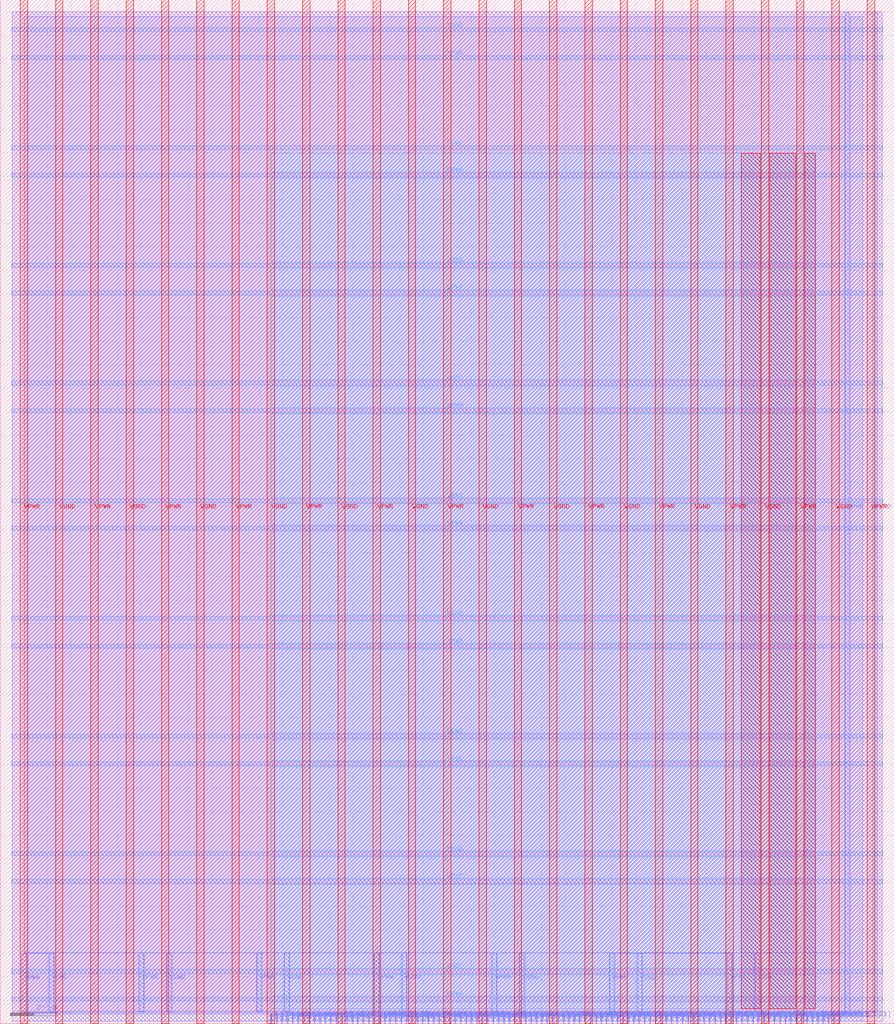
<source format=lef>
VERSION 5.7 ;
  NOWIREEXTENSIONATPIN ON ;
  DIVIDERCHAR "/" ;
  BUSBITCHARS "[]" ;
MACRO SRAM_1024x32_wb_wrapper
  CLASS BLOCK ;
  FOREIGN SRAM_1024x32_wb_wrapper ;
  ORIGIN 0.000 0.000 ;
  SIZE 380.000 BY 435.000 ;
  PIN VGND
    DIRECTION INOUT ;
    USE GROUND ;
    PORT
      LAYER met2 ;
        RECT 20.940 5.200 22.700 29.860 ;
    END
    PORT
      LAYER met2 ;
        RECT 70.940 5.200 72.700 29.860 ;
    END
    PORT
      LAYER met2 ;
        RECT 120.940 5.200 122.700 29.860 ;
    END
    PORT
      LAYER met2 ;
        RECT 170.940 5.200 172.700 29.860 ;
    END
    PORT
      LAYER met2 ;
        RECT 220.940 5.200 222.700 29.860 ;
    END
    PORT
      LAYER met2 ;
        RECT 270.940 5.200 272.700 29.720 ;
    END
    PORT
      LAYER met2 ;
        RECT 320.940 5.200 322.700 29.860 ;
    END
    PORT
      LAYER met2 ;
        RECT 370.940 5.200 372.700 430.000 ;
    END
    PORT
      LAYER met3 ;
        RECT 4.820 21.320 375.140 23.080 ;
    END
    PORT
      LAYER met3 ;
        RECT 4.820 71.320 375.140 73.080 ;
    END
    PORT
      LAYER met3 ;
        RECT 4.820 121.320 375.140 123.080 ;
    END
    PORT
      LAYER met3 ;
        RECT 4.820 171.320 375.140 173.080 ;
    END
    PORT
      LAYER met3 ;
        RECT 4.820 221.320 375.140 223.080 ;
    END
    PORT
      LAYER met3 ;
        RECT 4.820 271.320 375.140 273.080 ;
    END
    PORT
      LAYER met3 ;
        RECT 4.820 321.320 375.140 323.080 ;
    END
    PORT
      LAYER met3 ;
        RECT 4.820 371.320 375.140 373.080 ;
    END
    PORT
      LAYER met3 ;
        RECT 4.820 421.320 375.140 423.080 ;
    END
    PORT
      LAYER met4 ;
        RECT 23.510 0.000 26.610 435.000 ;
    END
    PORT
      LAYER met4 ;
        RECT 53.510 0.000 56.610 435.000 ;
    END
    PORT
      LAYER met4 ;
        RECT 83.510 0.000 86.610 435.000 ;
    END
    PORT
      LAYER met4 ;
        RECT 113.510 0.000 116.610 435.000 ;
    END
    PORT
      LAYER met4 ;
        RECT 143.510 0.000 146.610 435.000 ;
    END
    PORT
      LAYER met4 ;
        RECT 173.510 0.000 176.610 435.000 ;
    END
    PORT
      LAYER met4 ;
        RECT 203.510 0.000 206.610 435.000 ;
    END
    PORT
      LAYER met4 ;
        RECT 233.510 0.000 236.610 435.000 ;
    END
    PORT
      LAYER met4 ;
        RECT 263.510 0.000 266.610 435.000 ;
    END
    PORT
      LAYER met4 ;
        RECT 293.510 0.000 296.610 435.000 ;
    END
    PORT
      LAYER met4 ;
        RECT 323.510 0.000 326.610 435.000 ;
    END
    PORT
      LAYER met4 ;
        RECT 353.510 0.000 356.610 435.000 ;
    END
  END VGND
  PIN VPWR
    DIRECTION INOUT ;
    USE POWER ;
    PORT
      LAYER met2 ;
        RECT 9.180 5.200 10.940 29.720 ;
    END
    PORT
      LAYER met2 ;
        RECT 59.180 5.200 60.940 29.860 ;
    END
    PORT
      LAYER met2 ;
        RECT 109.180 5.200 110.940 29.860 ;
    END
    PORT
      LAYER met2 ;
        RECT 159.180 5.200 160.940 29.860 ;
    END
    PORT
      LAYER met2 ;
        RECT 209.180 5.200 210.940 29.860 ;
    END
    PORT
      LAYER met2 ;
        RECT 259.180 5.200 260.940 29.860 ;
    END
    PORT
      LAYER met2 ;
        RECT 309.180 5.200 310.940 29.860 ;
    END
    PORT
      LAYER met2 ;
        RECT 359.180 5.200 360.940 430.000 ;
    END
    PORT
      LAYER met3 ;
        RECT 4.820 9.560 375.140 11.320 ;
    END
    PORT
      LAYER met3 ;
        RECT 4.820 59.560 375.140 61.320 ;
    END
    PORT
      LAYER met3 ;
        RECT 4.820 109.560 375.140 111.320 ;
    END
    PORT
      LAYER met3 ;
        RECT 4.820 159.560 375.140 161.320 ;
    END
    PORT
      LAYER met3 ;
        RECT 4.820 209.560 375.140 211.320 ;
    END
    PORT
      LAYER met3 ;
        RECT 4.820 259.560 375.140 261.320 ;
    END
    PORT
      LAYER met3 ;
        RECT 4.820 309.560 375.140 311.320 ;
    END
    PORT
      LAYER met3 ;
        RECT 4.820 359.560 375.140 361.320 ;
    END
    PORT
      LAYER met3 ;
        RECT 4.820 409.560 375.140 411.320 ;
    END
    PORT
      LAYER met4 ;
        RECT 8.510 0.000 11.610 435.000 ;
    END
    PORT
      LAYER met4 ;
        RECT 38.510 0.000 41.610 435.000 ;
    END
    PORT
      LAYER met4 ;
        RECT 68.510 0.000 71.610 435.000 ;
    END
    PORT
      LAYER met4 ;
        RECT 98.510 0.000 101.610 435.000 ;
    END
    PORT
      LAYER met4 ;
        RECT 128.510 0.000 131.610 435.000 ;
    END
    PORT
      LAYER met4 ;
        RECT 158.510 0.000 161.610 435.000 ;
    END
    PORT
      LAYER met4 ;
        RECT 188.510 0.000 191.610 435.000 ;
    END
    PORT
      LAYER met4 ;
        RECT 218.510 0.000 221.610 435.000 ;
    END
    PORT
      LAYER met4 ;
        RECT 248.510 0.000 251.610 435.000 ;
    END
    PORT
      LAYER met4 ;
        RECT 278.510 0.000 281.610 435.000 ;
    END
    PORT
      LAYER met4 ;
        RECT 308.510 0.000 311.610 435.000 ;
    END
    PORT
      LAYER met4 ;
        RECT 338.510 0.000 341.610 435.000 ;
    END
    PORT
      LAYER met4 ;
        RECT 368.510 0.000 371.610 435.000 ;
    END
  END VPWR
  PIN wb_clk_i
    DIRECTION INPUT ;
    USE SIGNAL ;
    ANTENNAGATEAREA 0.852000 ;
    PORT
      LAYER met2 ;
        RECT 115.090 0.000 115.370 4.000 ;
    END
  END wb_clk_i
  PIN wb_rst_i
    DIRECTION INPUT ;
    USE SIGNAL ;
    ANTENNAGATEAREA 0.196500 ;
    PORT
      LAYER met2 ;
        RECT 117.390 0.000 117.670 4.000 ;
    END
  END wb_rst_i
  PIN wbs_ack_o
    DIRECTION OUTPUT TRISTATE ;
    USE SIGNAL ;
    ANTENNADIFFAREA 2.673000 ;
    PORT
      LAYER met2 ;
        RECT 119.690 0.000 119.970 4.000 ;
    END
  END wbs_ack_o
  PIN wbs_adr_i[0]
    DIRECTION INPUT ;
    USE SIGNAL ;
    ANTENNAGATEAREA 0.126000 ;
    PORT
      LAYER met2 ;
        RECT 128.890 0.000 129.170 4.000 ;
    END
  END wbs_adr_i[0]
  PIN wbs_adr_i[10]
    DIRECTION INPUT ;
    USE SIGNAL ;
    PORT
      LAYER met2 ;
        RECT 207.090 0.000 207.370 4.000 ;
    END
  END wbs_adr_i[10]
  PIN wbs_adr_i[11]
    DIRECTION INPUT ;
    USE SIGNAL ;
    PORT
      LAYER met2 ;
        RECT 213.990 0.000 214.270 4.000 ;
    END
  END wbs_adr_i[11]
  PIN wbs_adr_i[12]
    DIRECTION INPUT ;
    USE SIGNAL ;
    PORT
      LAYER met2 ;
        RECT 220.890 0.000 221.170 4.000 ;
    END
  END wbs_adr_i[12]
  PIN wbs_adr_i[13]
    DIRECTION INPUT ;
    USE SIGNAL ;
    PORT
      LAYER met2 ;
        RECT 227.790 0.000 228.070 4.000 ;
    END
  END wbs_adr_i[13]
  PIN wbs_adr_i[14]
    DIRECTION INPUT ;
    USE SIGNAL ;
    PORT
      LAYER met2 ;
        RECT 234.690 0.000 234.970 4.000 ;
    END
  END wbs_adr_i[14]
  PIN wbs_adr_i[15]
    DIRECTION INPUT ;
    USE SIGNAL ;
    PORT
      LAYER met2 ;
        RECT 241.590 0.000 241.870 4.000 ;
    END
  END wbs_adr_i[15]
  PIN wbs_adr_i[16]
    DIRECTION INPUT ;
    USE SIGNAL ;
    PORT
      LAYER met2 ;
        RECT 248.490 0.000 248.770 4.000 ;
    END
  END wbs_adr_i[16]
  PIN wbs_adr_i[17]
    DIRECTION INPUT ;
    USE SIGNAL ;
    PORT
      LAYER met2 ;
        RECT 255.390 0.000 255.670 4.000 ;
    END
  END wbs_adr_i[17]
  PIN wbs_adr_i[18]
    DIRECTION INPUT ;
    USE SIGNAL ;
    PORT
      LAYER met2 ;
        RECT 262.290 0.000 262.570 4.000 ;
    END
  END wbs_adr_i[18]
  PIN wbs_adr_i[19]
    DIRECTION INPUT ;
    USE SIGNAL ;
    PORT
      LAYER met2 ;
        RECT 269.190 0.000 269.470 4.000 ;
    END
  END wbs_adr_i[19]
  PIN wbs_adr_i[1]
    DIRECTION INPUT ;
    USE SIGNAL ;
    ANTENNAGATEAREA 0.126000 ;
    PORT
      LAYER met2 ;
        RECT 138.090 0.000 138.370 4.000 ;
    END
  END wbs_adr_i[1]
  PIN wbs_adr_i[20]
    DIRECTION INPUT ;
    USE SIGNAL ;
    PORT
      LAYER met2 ;
        RECT 276.090 0.000 276.370 4.000 ;
    END
  END wbs_adr_i[20]
  PIN wbs_adr_i[21]
    DIRECTION INPUT ;
    USE SIGNAL ;
    PORT
      LAYER met2 ;
        RECT 282.990 0.000 283.270 4.000 ;
    END
  END wbs_adr_i[21]
  PIN wbs_adr_i[22]
    DIRECTION INPUT ;
    USE SIGNAL ;
    PORT
      LAYER met2 ;
        RECT 289.890 0.000 290.170 4.000 ;
    END
  END wbs_adr_i[22]
  PIN wbs_adr_i[23]
    DIRECTION INPUT ;
    USE SIGNAL ;
    PORT
      LAYER met2 ;
        RECT 296.790 0.000 297.070 4.000 ;
    END
  END wbs_adr_i[23]
  PIN wbs_adr_i[24]
    DIRECTION INPUT ;
    USE SIGNAL ;
    PORT
      LAYER met2 ;
        RECT 303.690 0.000 303.970 4.000 ;
    END
  END wbs_adr_i[24]
  PIN wbs_adr_i[25]
    DIRECTION INPUT ;
    USE SIGNAL ;
    PORT
      LAYER met2 ;
        RECT 310.590 0.000 310.870 4.000 ;
    END
  END wbs_adr_i[25]
  PIN wbs_adr_i[26]
    DIRECTION INPUT ;
    USE SIGNAL ;
    PORT
      LAYER met2 ;
        RECT 317.490 0.000 317.770 4.000 ;
    END
  END wbs_adr_i[26]
  PIN wbs_adr_i[27]
    DIRECTION INPUT ;
    USE SIGNAL ;
    PORT
      LAYER met2 ;
        RECT 324.390 0.000 324.670 4.000 ;
    END
  END wbs_adr_i[27]
  PIN wbs_adr_i[28]
    DIRECTION INPUT ;
    USE SIGNAL ;
    PORT
      LAYER met2 ;
        RECT 331.290 0.000 331.570 4.000 ;
    END
  END wbs_adr_i[28]
  PIN wbs_adr_i[29]
    DIRECTION INPUT ;
    USE SIGNAL ;
    PORT
      LAYER met2 ;
        RECT 338.190 0.000 338.470 4.000 ;
    END
  END wbs_adr_i[29]
  PIN wbs_adr_i[2]
    DIRECTION INPUT ;
    USE SIGNAL ;
    ANTENNAGATEAREA 0.126000 ;
    PORT
      LAYER met2 ;
        RECT 147.290 0.000 147.570 4.000 ;
    END
  END wbs_adr_i[2]
  PIN wbs_adr_i[30]
    DIRECTION INPUT ;
    USE SIGNAL ;
    PORT
      LAYER met2 ;
        RECT 345.090 0.000 345.370 4.000 ;
    END
  END wbs_adr_i[30]
  PIN wbs_adr_i[31]
    DIRECTION INPUT ;
    USE SIGNAL ;
    PORT
      LAYER met2 ;
        RECT 351.990 0.000 352.270 4.000 ;
    END
  END wbs_adr_i[31]
  PIN wbs_adr_i[3]
    DIRECTION INPUT ;
    USE SIGNAL ;
    ANTENNAGATEAREA 0.126000 ;
    PORT
      LAYER met2 ;
        RECT 156.490 0.000 156.770 4.000 ;
    END
  END wbs_adr_i[3]
  PIN wbs_adr_i[4]
    DIRECTION INPUT ;
    USE SIGNAL ;
    ANTENNAGATEAREA 0.126000 ;
    PORT
      LAYER met2 ;
        RECT 165.690 0.000 165.970 4.000 ;
    END
  END wbs_adr_i[4]
  PIN wbs_adr_i[5]
    DIRECTION INPUT ;
    USE SIGNAL ;
    ANTENNAGATEAREA 0.126000 ;
    PORT
      LAYER met2 ;
        RECT 172.590 0.000 172.870 4.000 ;
    END
  END wbs_adr_i[5]
  PIN wbs_adr_i[6]
    DIRECTION INPUT ;
    USE SIGNAL ;
    ANTENNAGATEAREA 0.126000 ;
    PORT
      LAYER met2 ;
        RECT 179.490 0.000 179.770 4.000 ;
    END
  END wbs_adr_i[6]
  PIN wbs_adr_i[7]
    DIRECTION INPUT ;
    USE SIGNAL ;
    ANTENNAGATEAREA 0.126000 ;
    PORT
      LAYER met2 ;
        RECT 186.390 0.000 186.670 4.000 ;
    END
  END wbs_adr_i[7]
  PIN wbs_adr_i[8]
    DIRECTION INPUT ;
    USE SIGNAL ;
    ANTENNAGATEAREA 0.126000 ;
    PORT
      LAYER met2 ;
        RECT 193.290 0.000 193.570 4.000 ;
    END
  END wbs_adr_i[8]
  PIN wbs_adr_i[9]
    DIRECTION INPUT ;
    USE SIGNAL ;
    ANTENNAGATEAREA 0.126000 ;
    PORT
      LAYER met2 ;
        RECT 200.190 0.000 200.470 4.000 ;
    END
  END wbs_adr_i[9]
  PIN wbs_cyc_i
    DIRECTION INPUT ;
    USE SIGNAL ;
    ANTENNAGATEAREA 0.196500 ;
    PORT
      LAYER met2 ;
        RECT 121.990 0.000 122.270 4.000 ;
    END
  END wbs_cyc_i
  PIN wbs_dat_i[0]
    DIRECTION INPUT ;
    USE SIGNAL ;
    ANTENNAGATEAREA 0.126000 ;
    PORT
      LAYER met2 ;
        RECT 131.190 0.000 131.470 4.000 ;
    END
  END wbs_dat_i[0]
  PIN wbs_dat_i[10]
    DIRECTION INPUT ;
    USE SIGNAL ;
    ANTENNAGATEAREA 0.126000 ;
    PORT
      LAYER met2 ;
        RECT 209.390 0.000 209.670 4.000 ;
    END
  END wbs_dat_i[10]
  PIN wbs_dat_i[11]
    DIRECTION INPUT ;
    USE SIGNAL ;
    ANTENNAGATEAREA 0.126000 ;
    PORT
      LAYER met2 ;
        RECT 216.290 0.000 216.570 4.000 ;
    END
  END wbs_dat_i[11]
  PIN wbs_dat_i[12]
    DIRECTION INPUT ;
    USE SIGNAL ;
    ANTENNAGATEAREA 0.126000 ;
    PORT
      LAYER met2 ;
        RECT 223.190 0.000 223.470 4.000 ;
    END
  END wbs_dat_i[12]
  PIN wbs_dat_i[13]
    DIRECTION INPUT ;
    USE SIGNAL ;
    ANTENNAGATEAREA 0.126000 ;
    PORT
      LAYER met2 ;
        RECT 230.090 0.000 230.370 4.000 ;
    END
  END wbs_dat_i[13]
  PIN wbs_dat_i[14]
    DIRECTION INPUT ;
    USE SIGNAL ;
    ANTENNAGATEAREA 0.126000 ;
    PORT
      LAYER met2 ;
        RECT 236.990 0.000 237.270 4.000 ;
    END
  END wbs_dat_i[14]
  PIN wbs_dat_i[15]
    DIRECTION INPUT ;
    USE SIGNAL ;
    ANTENNAGATEAREA 0.126000 ;
    PORT
      LAYER met2 ;
        RECT 243.890 0.000 244.170 4.000 ;
    END
  END wbs_dat_i[15]
  PIN wbs_dat_i[16]
    DIRECTION INPUT ;
    USE SIGNAL ;
    ANTENNAGATEAREA 0.126000 ;
    PORT
      LAYER met2 ;
        RECT 250.790 0.000 251.070 4.000 ;
    END
  END wbs_dat_i[16]
  PIN wbs_dat_i[17]
    DIRECTION INPUT ;
    USE SIGNAL ;
    ANTENNAGATEAREA 0.126000 ;
    PORT
      LAYER met2 ;
        RECT 257.690 0.000 257.970 4.000 ;
    END
  END wbs_dat_i[17]
  PIN wbs_dat_i[18]
    DIRECTION INPUT ;
    USE SIGNAL ;
    ANTENNAGATEAREA 0.126000 ;
    PORT
      LAYER met2 ;
        RECT 264.590 0.000 264.870 4.000 ;
    END
  END wbs_dat_i[18]
  PIN wbs_dat_i[19]
    DIRECTION INPUT ;
    USE SIGNAL ;
    ANTENNAGATEAREA 0.126000 ;
    PORT
      LAYER met2 ;
        RECT 271.490 0.000 271.770 4.000 ;
    END
  END wbs_dat_i[19]
  PIN wbs_dat_i[1]
    DIRECTION INPUT ;
    USE SIGNAL ;
    ANTENNAGATEAREA 0.126000 ;
    PORT
      LAYER met2 ;
        RECT 140.390 0.000 140.670 4.000 ;
    END
  END wbs_dat_i[1]
  PIN wbs_dat_i[20]
    DIRECTION INPUT ;
    USE SIGNAL ;
    ANTENNAGATEAREA 0.126000 ;
    PORT
      LAYER met2 ;
        RECT 278.390 0.000 278.670 4.000 ;
    END
  END wbs_dat_i[20]
  PIN wbs_dat_i[21]
    DIRECTION INPUT ;
    USE SIGNAL ;
    ANTENNAGATEAREA 0.126000 ;
    PORT
      LAYER met2 ;
        RECT 285.290 0.000 285.570 4.000 ;
    END
  END wbs_dat_i[21]
  PIN wbs_dat_i[22]
    DIRECTION INPUT ;
    USE SIGNAL ;
    ANTENNAGATEAREA 0.126000 ;
    PORT
      LAYER met2 ;
        RECT 292.190 0.000 292.470 4.000 ;
    END
  END wbs_dat_i[22]
  PIN wbs_dat_i[23]
    DIRECTION INPUT ;
    USE SIGNAL ;
    ANTENNAGATEAREA 0.126000 ;
    PORT
      LAYER met2 ;
        RECT 299.090 0.000 299.370 4.000 ;
    END
  END wbs_dat_i[23]
  PIN wbs_dat_i[24]
    DIRECTION INPUT ;
    USE SIGNAL ;
    ANTENNAGATEAREA 0.126000 ;
    PORT
      LAYER met2 ;
        RECT 305.990 0.000 306.270 4.000 ;
    END
  END wbs_dat_i[24]
  PIN wbs_dat_i[25]
    DIRECTION INPUT ;
    USE SIGNAL ;
    ANTENNAGATEAREA 0.126000 ;
    PORT
      LAYER met2 ;
        RECT 312.890 0.000 313.170 4.000 ;
    END
  END wbs_dat_i[25]
  PIN wbs_dat_i[26]
    DIRECTION INPUT ;
    USE SIGNAL ;
    ANTENNAGATEAREA 0.126000 ;
    PORT
      LAYER met2 ;
        RECT 319.790 0.000 320.070 4.000 ;
    END
  END wbs_dat_i[26]
  PIN wbs_dat_i[27]
    DIRECTION INPUT ;
    USE SIGNAL ;
    ANTENNAGATEAREA 0.126000 ;
    PORT
      LAYER met2 ;
        RECT 326.690 0.000 326.970 4.000 ;
    END
  END wbs_dat_i[27]
  PIN wbs_dat_i[28]
    DIRECTION INPUT ;
    USE SIGNAL ;
    ANTENNAGATEAREA 0.126000 ;
    PORT
      LAYER met2 ;
        RECT 333.590 0.000 333.870 4.000 ;
    END
  END wbs_dat_i[28]
  PIN wbs_dat_i[29]
    DIRECTION INPUT ;
    USE SIGNAL ;
    ANTENNAGATEAREA 0.126000 ;
    PORT
      LAYER met2 ;
        RECT 340.490 0.000 340.770 4.000 ;
    END
  END wbs_dat_i[29]
  PIN wbs_dat_i[2]
    DIRECTION INPUT ;
    USE SIGNAL ;
    ANTENNAGATEAREA 0.126000 ;
    PORT
      LAYER met2 ;
        RECT 149.590 0.000 149.870 4.000 ;
    END
  END wbs_dat_i[2]
  PIN wbs_dat_i[30]
    DIRECTION INPUT ;
    USE SIGNAL ;
    ANTENNAGATEAREA 0.126000 ;
    PORT
      LAYER met2 ;
        RECT 347.390 0.000 347.670 4.000 ;
    END
  END wbs_dat_i[30]
  PIN wbs_dat_i[31]
    DIRECTION INPUT ;
    USE SIGNAL ;
    ANTENNAGATEAREA 0.126000 ;
    PORT
      LAYER met2 ;
        RECT 354.290 0.000 354.570 4.000 ;
    END
  END wbs_dat_i[31]
  PIN wbs_dat_i[3]
    DIRECTION INPUT ;
    USE SIGNAL ;
    ANTENNAGATEAREA 0.126000 ;
    PORT
      LAYER met2 ;
        RECT 158.790 0.000 159.070 4.000 ;
    END
  END wbs_dat_i[3]
  PIN wbs_dat_i[4]
    DIRECTION INPUT ;
    USE SIGNAL ;
    ANTENNAGATEAREA 0.126000 ;
    PORT
      LAYER met2 ;
        RECT 167.990 0.000 168.270 4.000 ;
    END
  END wbs_dat_i[4]
  PIN wbs_dat_i[5]
    DIRECTION INPUT ;
    USE SIGNAL ;
    ANTENNAGATEAREA 0.126000 ;
    PORT
      LAYER met2 ;
        RECT 174.890 0.000 175.170 4.000 ;
    END
  END wbs_dat_i[5]
  PIN wbs_dat_i[6]
    DIRECTION INPUT ;
    USE SIGNAL ;
    ANTENNAGATEAREA 0.126000 ;
    PORT
      LAYER met2 ;
        RECT 181.790 0.000 182.070 4.000 ;
    END
  END wbs_dat_i[6]
  PIN wbs_dat_i[7]
    DIRECTION INPUT ;
    USE SIGNAL ;
    ANTENNAGATEAREA 0.126000 ;
    PORT
      LAYER met2 ;
        RECT 188.690 0.000 188.970 4.000 ;
    END
  END wbs_dat_i[7]
  PIN wbs_dat_i[8]
    DIRECTION INPUT ;
    USE SIGNAL ;
    ANTENNAGATEAREA 0.126000 ;
    PORT
      LAYER met2 ;
        RECT 195.590 0.000 195.870 4.000 ;
    END
  END wbs_dat_i[8]
  PIN wbs_dat_i[9]
    DIRECTION INPUT ;
    USE SIGNAL ;
    ANTENNAGATEAREA 0.126000 ;
    PORT
      LAYER met2 ;
        RECT 202.490 0.000 202.770 4.000 ;
    END
  END wbs_dat_i[9]
  PIN wbs_dat_o[0]
    DIRECTION OUTPUT TRISTATE ;
    USE SIGNAL ;
    ANTENNADIFFAREA 2.673000 ;
    PORT
      LAYER met2 ;
        RECT 133.490 0.000 133.770 4.000 ;
    END
  END wbs_dat_o[0]
  PIN wbs_dat_o[10]
    DIRECTION OUTPUT TRISTATE ;
    USE SIGNAL ;
    ANTENNADIFFAREA 2.673000 ;
    PORT
      LAYER met2 ;
        RECT 211.690 0.000 211.970 4.000 ;
    END
  END wbs_dat_o[10]
  PIN wbs_dat_o[11]
    DIRECTION OUTPUT TRISTATE ;
    USE SIGNAL ;
    ANTENNADIFFAREA 2.673000 ;
    PORT
      LAYER met2 ;
        RECT 218.590 0.000 218.870 4.000 ;
    END
  END wbs_dat_o[11]
  PIN wbs_dat_o[12]
    DIRECTION OUTPUT TRISTATE ;
    USE SIGNAL ;
    ANTENNADIFFAREA 2.673000 ;
    PORT
      LAYER met2 ;
        RECT 225.490 0.000 225.770 4.000 ;
    END
  END wbs_dat_o[12]
  PIN wbs_dat_o[13]
    DIRECTION OUTPUT TRISTATE ;
    USE SIGNAL ;
    ANTENNADIFFAREA 2.673000 ;
    PORT
      LAYER met2 ;
        RECT 232.390 0.000 232.670 4.000 ;
    END
  END wbs_dat_o[13]
  PIN wbs_dat_o[14]
    DIRECTION OUTPUT TRISTATE ;
    USE SIGNAL ;
    ANTENNADIFFAREA 2.673000 ;
    PORT
      LAYER met2 ;
        RECT 239.290 0.000 239.570 4.000 ;
    END
  END wbs_dat_o[14]
  PIN wbs_dat_o[15]
    DIRECTION OUTPUT TRISTATE ;
    USE SIGNAL ;
    ANTENNADIFFAREA 2.673000 ;
    PORT
      LAYER met2 ;
        RECT 246.190 0.000 246.470 4.000 ;
    END
  END wbs_dat_o[15]
  PIN wbs_dat_o[16]
    DIRECTION OUTPUT TRISTATE ;
    USE SIGNAL ;
    ANTENNADIFFAREA 2.673000 ;
    PORT
      LAYER met2 ;
        RECT 253.090 0.000 253.370 4.000 ;
    END
  END wbs_dat_o[16]
  PIN wbs_dat_o[17]
    DIRECTION OUTPUT TRISTATE ;
    USE SIGNAL ;
    ANTENNADIFFAREA 2.673000 ;
    PORT
      LAYER met2 ;
        RECT 259.990 0.000 260.270 4.000 ;
    END
  END wbs_dat_o[17]
  PIN wbs_dat_o[18]
    DIRECTION OUTPUT TRISTATE ;
    USE SIGNAL ;
    ANTENNADIFFAREA 2.673000 ;
    PORT
      LAYER met2 ;
        RECT 266.890 0.000 267.170 4.000 ;
    END
  END wbs_dat_o[18]
  PIN wbs_dat_o[19]
    DIRECTION OUTPUT TRISTATE ;
    USE SIGNAL ;
    ANTENNADIFFAREA 2.673000 ;
    PORT
      LAYER met2 ;
        RECT 273.790 0.000 274.070 4.000 ;
    END
  END wbs_dat_o[19]
  PIN wbs_dat_o[1]
    DIRECTION OUTPUT TRISTATE ;
    USE SIGNAL ;
    ANTENNADIFFAREA 2.673000 ;
    PORT
      LAYER met2 ;
        RECT 142.690 0.000 142.970 4.000 ;
    END
  END wbs_dat_o[1]
  PIN wbs_dat_o[20]
    DIRECTION OUTPUT TRISTATE ;
    USE SIGNAL ;
    ANTENNADIFFAREA 2.673000 ;
    PORT
      LAYER met2 ;
        RECT 280.690 0.000 280.970 4.000 ;
    END
  END wbs_dat_o[20]
  PIN wbs_dat_o[21]
    DIRECTION OUTPUT TRISTATE ;
    USE SIGNAL ;
    ANTENNADIFFAREA 2.673000 ;
    PORT
      LAYER met2 ;
        RECT 287.590 0.000 287.870 4.000 ;
    END
  END wbs_dat_o[21]
  PIN wbs_dat_o[22]
    DIRECTION OUTPUT TRISTATE ;
    USE SIGNAL ;
    ANTENNADIFFAREA 2.673000 ;
    PORT
      LAYER met2 ;
        RECT 294.490 0.000 294.770 4.000 ;
    END
  END wbs_dat_o[22]
  PIN wbs_dat_o[23]
    DIRECTION OUTPUT TRISTATE ;
    USE SIGNAL ;
    ANTENNADIFFAREA 2.673000 ;
    PORT
      LAYER met2 ;
        RECT 301.390 0.000 301.670 4.000 ;
    END
  END wbs_dat_o[23]
  PIN wbs_dat_o[24]
    DIRECTION OUTPUT TRISTATE ;
    USE SIGNAL ;
    ANTENNADIFFAREA 2.673000 ;
    PORT
      LAYER met2 ;
        RECT 308.290 0.000 308.570 4.000 ;
    END
  END wbs_dat_o[24]
  PIN wbs_dat_o[25]
    DIRECTION OUTPUT TRISTATE ;
    USE SIGNAL ;
    ANTENNADIFFAREA 2.673000 ;
    PORT
      LAYER met2 ;
        RECT 315.190 0.000 315.470 4.000 ;
    END
  END wbs_dat_o[25]
  PIN wbs_dat_o[26]
    DIRECTION OUTPUT TRISTATE ;
    USE SIGNAL ;
    ANTENNADIFFAREA 2.673000 ;
    PORT
      LAYER met2 ;
        RECT 322.090 0.000 322.370 4.000 ;
    END
  END wbs_dat_o[26]
  PIN wbs_dat_o[27]
    DIRECTION OUTPUT TRISTATE ;
    USE SIGNAL ;
    ANTENNADIFFAREA 2.673000 ;
    PORT
      LAYER met2 ;
        RECT 328.990 0.000 329.270 4.000 ;
    END
  END wbs_dat_o[27]
  PIN wbs_dat_o[28]
    DIRECTION OUTPUT TRISTATE ;
    USE SIGNAL ;
    ANTENNADIFFAREA 2.673000 ;
    PORT
      LAYER met2 ;
        RECT 335.890 0.000 336.170 4.000 ;
    END
  END wbs_dat_o[28]
  PIN wbs_dat_o[29]
    DIRECTION OUTPUT TRISTATE ;
    USE SIGNAL ;
    ANTENNADIFFAREA 2.673000 ;
    PORT
      LAYER met2 ;
        RECT 342.790 0.000 343.070 4.000 ;
    END
  END wbs_dat_o[29]
  PIN wbs_dat_o[2]
    DIRECTION OUTPUT TRISTATE ;
    USE SIGNAL ;
    ANTENNADIFFAREA 2.673000 ;
    PORT
      LAYER met2 ;
        RECT 151.890 0.000 152.170 4.000 ;
    END
  END wbs_dat_o[2]
  PIN wbs_dat_o[30]
    DIRECTION OUTPUT TRISTATE ;
    USE SIGNAL ;
    ANTENNADIFFAREA 2.673000 ;
    PORT
      LAYER met2 ;
        RECT 349.690 0.000 349.970 4.000 ;
    END
  END wbs_dat_o[30]
  PIN wbs_dat_o[31]
    DIRECTION OUTPUT TRISTATE ;
    USE SIGNAL ;
    ANTENNADIFFAREA 2.673000 ;
    PORT
      LAYER met2 ;
        RECT 356.590 0.000 356.870 4.000 ;
    END
  END wbs_dat_o[31]
  PIN wbs_dat_o[3]
    DIRECTION OUTPUT TRISTATE ;
    USE SIGNAL ;
    ANTENNADIFFAREA 2.673000 ;
    PORT
      LAYER met2 ;
        RECT 161.090 0.000 161.370 4.000 ;
    END
  END wbs_dat_o[3]
  PIN wbs_dat_o[4]
    DIRECTION OUTPUT TRISTATE ;
    USE SIGNAL ;
    ANTENNADIFFAREA 2.673000 ;
    PORT
      LAYER met2 ;
        RECT 170.290 0.000 170.570 4.000 ;
    END
  END wbs_dat_o[4]
  PIN wbs_dat_o[5]
    DIRECTION OUTPUT TRISTATE ;
    USE SIGNAL ;
    ANTENNADIFFAREA 2.673000 ;
    PORT
      LAYER met2 ;
        RECT 177.190 0.000 177.470 4.000 ;
    END
  END wbs_dat_o[5]
  PIN wbs_dat_o[6]
    DIRECTION OUTPUT TRISTATE ;
    USE SIGNAL ;
    ANTENNADIFFAREA 2.673000 ;
    PORT
      LAYER met2 ;
        RECT 184.090 0.000 184.370 4.000 ;
    END
  END wbs_dat_o[6]
  PIN wbs_dat_o[7]
    DIRECTION OUTPUT TRISTATE ;
    USE SIGNAL ;
    ANTENNADIFFAREA 2.673000 ;
    PORT
      LAYER met2 ;
        RECT 190.990 0.000 191.270 4.000 ;
    END
  END wbs_dat_o[7]
  PIN wbs_dat_o[8]
    DIRECTION OUTPUT TRISTATE ;
    USE SIGNAL ;
    ANTENNADIFFAREA 2.673000 ;
    PORT
      LAYER met2 ;
        RECT 197.890 0.000 198.170 4.000 ;
    END
  END wbs_dat_o[8]
  PIN wbs_dat_o[9]
    DIRECTION OUTPUT TRISTATE ;
    USE SIGNAL ;
    ANTENNADIFFAREA 2.673000 ;
    PORT
      LAYER met2 ;
        RECT 204.790 0.000 205.070 4.000 ;
    END
  END wbs_dat_o[9]
  PIN wbs_sel_i[0]
    DIRECTION INPUT ;
    USE SIGNAL ;
    ANTENNAGATEAREA 0.126000 ;
    PORT
      LAYER met2 ;
        RECT 135.790 0.000 136.070 4.000 ;
    END
  END wbs_sel_i[0]
  PIN wbs_sel_i[1]
    DIRECTION INPUT ;
    USE SIGNAL ;
    ANTENNAGATEAREA 0.126000 ;
    PORT
      LAYER met2 ;
        RECT 144.990 0.000 145.270 4.000 ;
    END
  END wbs_sel_i[1]
  PIN wbs_sel_i[2]
    DIRECTION INPUT ;
    USE SIGNAL ;
    ANTENNAGATEAREA 0.126000 ;
    PORT
      LAYER met2 ;
        RECT 154.190 0.000 154.470 4.000 ;
    END
  END wbs_sel_i[2]
  PIN wbs_sel_i[3]
    DIRECTION INPUT ;
    USE SIGNAL ;
    ANTENNAGATEAREA 0.126000 ;
    PORT
      LAYER met2 ;
        RECT 163.390 0.000 163.670 4.000 ;
    END
  END wbs_sel_i[3]
  PIN wbs_stb_i
    DIRECTION INPUT ;
    USE SIGNAL ;
    ANTENNAGATEAREA 0.196500 ;
    PORT
      LAYER met2 ;
        RECT 124.290 0.000 124.570 4.000 ;
    END
  END wbs_stb_i
  PIN wbs_we_i
    DIRECTION INPUT ;
    USE SIGNAL ;
    ANTENNAGATEAREA 0.126000 ;
    PORT
      LAYER met2 ;
        RECT 126.590 0.000 126.870 4.000 ;
    END
  END wbs_we_i
  OBS
      LAYER li1 ;
        RECT 5.060 5.355 374.900 429.845 ;
      LAYER met1 ;
        RECT 5.060 1.060 374.900 430.000 ;
      LAYER met2 ;
        RECT 10.100 30.140 358.900 427.870 ;
        RECT 10.100 30.000 20.660 30.140 ;
        RECT 11.220 4.920 20.660 30.000 ;
        RECT 22.980 4.920 58.900 30.140 ;
        RECT 61.220 4.920 70.660 30.140 ;
        RECT 72.980 4.920 108.900 30.140 ;
        RECT 111.220 4.920 120.660 30.140 ;
        RECT 122.980 4.920 158.900 30.140 ;
        RECT 161.220 4.920 170.660 30.140 ;
        RECT 172.980 4.920 208.900 30.140 ;
        RECT 211.220 4.920 220.660 30.140 ;
        RECT 222.980 4.920 258.900 30.140 ;
        RECT 261.220 30.000 308.900 30.140 ;
        RECT 261.220 4.920 270.660 30.000 ;
        RECT 272.980 4.920 308.900 30.000 ;
        RECT 311.220 4.920 320.660 30.140 ;
        RECT 322.980 4.920 358.900 30.140 ;
        RECT 361.220 4.920 366.520 427.870 ;
        RECT 10.100 4.280 366.520 4.920 ;
        RECT 10.100 1.030 114.810 4.280 ;
        RECT 115.650 1.030 117.110 4.280 ;
        RECT 117.950 1.030 119.410 4.280 ;
        RECT 120.250 1.030 121.710 4.280 ;
        RECT 122.550 1.030 124.010 4.280 ;
        RECT 124.850 1.030 126.310 4.280 ;
        RECT 127.150 1.030 128.610 4.280 ;
        RECT 129.450 1.030 130.910 4.280 ;
        RECT 131.750 1.030 133.210 4.280 ;
        RECT 134.050 1.030 135.510 4.280 ;
        RECT 136.350 1.030 137.810 4.280 ;
        RECT 138.650 1.030 140.110 4.280 ;
        RECT 140.950 1.030 142.410 4.280 ;
        RECT 143.250 1.030 144.710 4.280 ;
        RECT 145.550 1.030 147.010 4.280 ;
        RECT 147.850 1.030 149.310 4.280 ;
        RECT 150.150 1.030 151.610 4.280 ;
        RECT 152.450 1.030 153.910 4.280 ;
        RECT 154.750 1.030 156.210 4.280 ;
        RECT 157.050 1.030 158.510 4.280 ;
        RECT 159.350 1.030 160.810 4.280 ;
        RECT 161.650 1.030 163.110 4.280 ;
        RECT 163.950 1.030 165.410 4.280 ;
        RECT 166.250 1.030 167.710 4.280 ;
        RECT 168.550 1.030 170.010 4.280 ;
        RECT 170.850 1.030 172.310 4.280 ;
        RECT 173.150 1.030 174.610 4.280 ;
        RECT 175.450 1.030 176.910 4.280 ;
        RECT 177.750 1.030 179.210 4.280 ;
        RECT 180.050 1.030 181.510 4.280 ;
        RECT 182.350 1.030 183.810 4.280 ;
        RECT 184.650 1.030 186.110 4.280 ;
        RECT 186.950 1.030 188.410 4.280 ;
        RECT 189.250 1.030 190.710 4.280 ;
        RECT 191.550 1.030 193.010 4.280 ;
        RECT 193.850 1.030 195.310 4.280 ;
        RECT 196.150 1.030 197.610 4.280 ;
        RECT 198.450 1.030 199.910 4.280 ;
        RECT 200.750 1.030 202.210 4.280 ;
        RECT 203.050 1.030 204.510 4.280 ;
        RECT 205.350 1.030 206.810 4.280 ;
        RECT 207.650 1.030 209.110 4.280 ;
        RECT 209.950 1.030 211.410 4.280 ;
        RECT 212.250 1.030 213.710 4.280 ;
        RECT 214.550 1.030 216.010 4.280 ;
        RECT 216.850 1.030 218.310 4.280 ;
        RECT 219.150 1.030 220.610 4.280 ;
        RECT 221.450 1.030 222.910 4.280 ;
        RECT 223.750 1.030 225.210 4.280 ;
        RECT 226.050 1.030 227.510 4.280 ;
        RECT 228.350 1.030 229.810 4.280 ;
        RECT 230.650 1.030 232.110 4.280 ;
        RECT 232.950 1.030 234.410 4.280 ;
        RECT 235.250 1.030 236.710 4.280 ;
        RECT 237.550 1.030 239.010 4.280 ;
        RECT 239.850 1.030 241.310 4.280 ;
        RECT 242.150 1.030 243.610 4.280 ;
        RECT 244.450 1.030 245.910 4.280 ;
        RECT 246.750 1.030 248.210 4.280 ;
        RECT 249.050 1.030 250.510 4.280 ;
        RECT 251.350 1.030 252.810 4.280 ;
        RECT 253.650 1.030 255.110 4.280 ;
        RECT 255.950 1.030 257.410 4.280 ;
        RECT 258.250 1.030 259.710 4.280 ;
        RECT 260.550 1.030 262.010 4.280 ;
        RECT 262.850 1.030 264.310 4.280 ;
        RECT 265.150 1.030 266.610 4.280 ;
        RECT 267.450 1.030 268.910 4.280 ;
        RECT 269.750 1.030 271.210 4.280 ;
        RECT 272.050 1.030 273.510 4.280 ;
        RECT 274.350 1.030 275.810 4.280 ;
        RECT 276.650 1.030 278.110 4.280 ;
        RECT 278.950 1.030 280.410 4.280 ;
        RECT 281.250 1.030 282.710 4.280 ;
        RECT 283.550 1.030 285.010 4.280 ;
        RECT 285.850 1.030 287.310 4.280 ;
        RECT 288.150 1.030 289.610 4.280 ;
        RECT 290.450 1.030 291.910 4.280 ;
        RECT 292.750 1.030 294.210 4.280 ;
        RECT 295.050 1.030 296.510 4.280 ;
        RECT 297.350 1.030 298.810 4.280 ;
        RECT 299.650 1.030 301.110 4.280 ;
        RECT 301.950 1.030 303.410 4.280 ;
        RECT 304.250 1.030 305.710 4.280 ;
        RECT 306.550 1.030 308.010 4.280 ;
        RECT 308.850 1.030 310.310 4.280 ;
        RECT 311.150 1.030 312.610 4.280 ;
        RECT 313.450 1.030 314.910 4.280 ;
        RECT 315.750 1.030 317.210 4.280 ;
        RECT 318.050 1.030 319.510 4.280 ;
        RECT 320.350 1.030 321.810 4.280 ;
        RECT 322.650 1.030 324.110 4.280 ;
        RECT 324.950 1.030 326.410 4.280 ;
        RECT 327.250 1.030 328.710 4.280 ;
        RECT 329.550 1.030 331.010 4.280 ;
        RECT 331.850 1.030 333.310 4.280 ;
        RECT 334.150 1.030 335.610 4.280 ;
        RECT 336.450 1.030 337.910 4.280 ;
        RECT 338.750 1.030 340.210 4.280 ;
        RECT 341.050 1.030 342.510 4.280 ;
        RECT 343.350 1.030 344.810 4.280 ;
        RECT 345.650 1.030 347.110 4.280 ;
        RECT 347.950 1.030 349.410 4.280 ;
        RECT 350.250 1.030 351.710 4.280 ;
        RECT 352.550 1.030 354.010 4.280 ;
        RECT 354.850 1.030 356.310 4.280 ;
        RECT 357.150 1.030 366.520 4.280 ;
      LAYER met3 ;
        RECT 115.065 361.720 346.570 369.745 ;
        RECT 115.065 323.480 346.570 359.160 ;
        RECT 115.065 311.720 346.570 320.920 ;
        RECT 115.065 273.480 346.570 309.160 ;
        RECT 115.065 261.720 346.570 270.920 ;
        RECT 115.065 223.480 346.570 259.160 ;
        RECT 115.065 211.720 346.570 220.920 ;
        RECT 115.065 173.480 346.570 209.160 ;
        RECT 115.065 161.720 346.570 170.920 ;
        RECT 115.065 123.480 346.570 159.160 ;
        RECT 115.065 111.720 346.570 120.920 ;
        RECT 115.065 73.480 346.570 109.160 ;
        RECT 115.065 61.720 346.570 70.920 ;
        RECT 115.065 23.480 346.570 59.160 ;
        RECT 115.065 11.720 346.570 20.920 ;
        RECT 115.065 6.295 346.570 9.160 ;
      LAYER met4 ;
        RECT 314.935 6.295 323.110 369.745 ;
        RECT 327.010 6.295 338.110 369.745 ;
        RECT 342.010 6.295 346.545 369.745 ;
  END
END SRAM_1024x32_wb_wrapper
END LIBRARY


</source>
